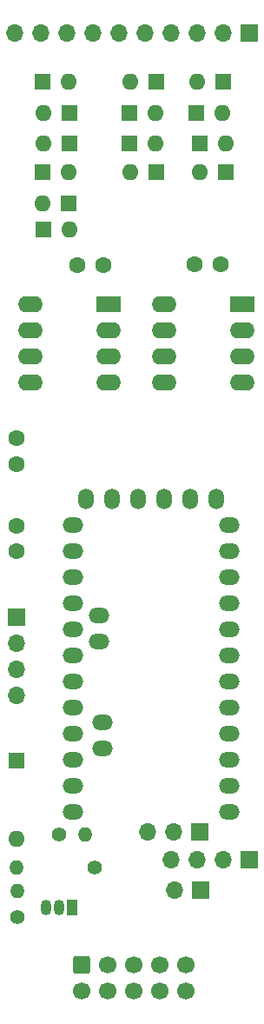
<source format=gts>
%TF.GenerationSoftware,KiCad,Pcbnew,(6.0.1)*%
%TF.CreationDate,2022-11-12T11:03:44-05:00*%
%TF.ProjectId,ER-MIDI-CV4-02_DB,45522d4d-4944-4492-9d43-56342d30325f,1*%
%TF.SameCoordinates,Original*%
%TF.FileFunction,Soldermask,Top*%
%TF.FilePolarity,Negative*%
%FSLAX46Y46*%
G04 Gerber Fmt 4.6, Leading zero omitted, Abs format (unit mm)*
G04 Created by KiCad (PCBNEW (6.0.1)) date 2022-11-12 11:03:44*
%MOMM*%
%LPD*%
G01*
G04 APERTURE LIST*
G04 Aperture macros list*
%AMRoundRect*
0 Rectangle with rounded corners*
0 $1 Rounding radius*
0 $2 $3 $4 $5 $6 $7 $8 $9 X,Y pos of 4 corners*
0 Add a 4 corners polygon primitive as box body*
4,1,4,$2,$3,$4,$5,$6,$7,$8,$9,$2,$3,0*
0 Add four circle primitives for the rounded corners*
1,1,$1+$1,$2,$3*
1,1,$1+$1,$4,$5*
1,1,$1+$1,$6,$7*
1,1,$1+$1,$8,$9*
0 Add four rect primitives between the rounded corners*
20,1,$1+$1,$2,$3,$4,$5,0*
20,1,$1+$1,$4,$5,$6,$7,0*
20,1,$1+$1,$6,$7,$8,$9,0*
20,1,$1+$1,$8,$9,$2,$3,0*%
G04 Aperture macros list end*
%ADD10O,1.700000X1.700000*%
%ADD11R,1.700000X1.700000*%
%ADD12O,1.600000X1.600000*%
%ADD13R,1.600000X1.600000*%
%ADD14O,1.400000X1.400000*%
%ADD15C,1.400000*%
%ADD16C,1.600000*%
%ADD17O,2.400000X1.600000*%
%ADD18R,2.400000X1.600000*%
%ADD19C,1.700000*%
%ADD20RoundRect,0.250000X-0.600000X0.600000X-0.600000X-0.600000X0.600000X-0.600000X0.600000X0.600000X0*%
%ADD21O,2.000000X1.524000*%
%ADD22O,1.524000X2.000000*%
%ADD23O,1.050000X1.500000*%
%ADD24R,1.050000X1.500000*%
G04 APERTURE END LIST*
D10*
%TO.C,J6*%
X116586000Y-113284000D03*
X119126000Y-113284000D03*
D11*
X121666000Y-113284000D03*
%TD*%
D10*
%TO.C,J2*%
X103640000Y-35500000D03*
X106180000Y-35500000D03*
X108720000Y-35500000D03*
X111260000Y-35500000D03*
X113800000Y-35500000D03*
X116340000Y-35500000D03*
X118880000Y-35500000D03*
X121420000Y-35500000D03*
X123960000Y-35500000D03*
D11*
X126500000Y-35500000D03*
%TD*%
D10*
%TO.C,J4*%
X118880000Y-116000000D03*
X121420000Y-116000000D03*
X123960000Y-116000000D03*
D11*
X126500000Y-116000000D03*
%TD*%
D12*
%TO.C,D8*%
X117364315Y-46250000D03*
D13*
X114824315Y-46250000D03*
%TD*%
D14*
%TO.C,R1*%
X110440000Y-113538000D03*
D15*
X107900000Y-113538000D03*
%TD*%
D10*
%TO.C,J5*%
X119235000Y-119000000D03*
D11*
X121775000Y-119000000D03*
%TD*%
D12*
%TO.C,D3*%
X108864315Y-40250000D03*
D13*
X106324315Y-40250000D03*
%TD*%
D16*
%TO.C,C1*%
X121150000Y-58000000D03*
X123650000Y-58000000D03*
%TD*%
D14*
%TO.C,R3*%
X103886000Y-119076000D03*
D15*
X103886000Y-121616000D03*
%TD*%
D12*
%TO.C,D12*%
X108864315Y-49000000D03*
D13*
X106324315Y-49000000D03*
%TD*%
D17*
%TO.C,U1*%
X118180000Y-61950000D03*
X118180000Y-64490000D03*
X118180000Y-67030000D03*
X118180000Y-69570000D03*
X125800000Y-69570000D03*
X125800000Y-67030000D03*
X125800000Y-64490000D03*
D18*
X125800000Y-61950000D03*
%TD*%
D16*
%TO.C,C4*%
X103775000Y-85981000D03*
X103775000Y-83481000D03*
%TD*%
D17*
%TO.C,U2*%
X105180000Y-61950000D03*
X105180000Y-64490000D03*
X105180000Y-67030000D03*
X105180000Y-69570000D03*
X112800000Y-69570000D03*
X112800000Y-67030000D03*
X112800000Y-64490000D03*
D18*
X112800000Y-61950000D03*
%TD*%
D12*
%TO.C,D5*%
X117364315Y-43250000D03*
D13*
X114824315Y-43250000D03*
%TD*%
D12*
%TO.C,D15*%
X108966000Y-54610000D03*
D13*
X106426000Y-54610000D03*
%TD*%
D12*
%TO.C,D14*%
X106327686Y-52070000D03*
D13*
X108867686Y-52070000D03*
%TD*%
D12*
%TO.C,D7*%
X124188629Y-46250000D03*
D13*
X121648629Y-46250000D03*
%TD*%
D12*
%TO.C,D1*%
X121385686Y-40250000D03*
D13*
X123925686Y-40250000D03*
%TD*%
D19*
%TO.C,J1*%
X120269000Y-128787500D03*
X120269000Y-126247500D03*
X117729000Y-128787500D03*
X117729000Y-126247500D03*
X115189000Y-128787500D03*
X115189000Y-126247500D03*
X112649000Y-128787500D03*
X112649000Y-126247500D03*
X110109000Y-128787500D03*
D20*
X110109000Y-126247500D03*
%TD*%
D12*
%TO.C,D11*%
X114885686Y-49000000D03*
D13*
X117425686Y-49000000D03*
%TD*%
D12*
%TO.C,D2*%
X114885686Y-40250000D03*
D13*
X117425686Y-40250000D03*
%TD*%
D21*
%TO.C,U3*%
X112181005Y-105147008D03*
X112181005Y-102607008D03*
X111800005Y-94733008D03*
X111800005Y-92193008D03*
X109260005Y-111370008D03*
X109260005Y-108830008D03*
X109260005Y-106290008D03*
X109260005Y-103750008D03*
X109260005Y-101210008D03*
X109260005Y-98670008D03*
X109260005Y-96130008D03*
X109260005Y-93590008D03*
X109260005Y-91050008D03*
X109260005Y-88510008D03*
X109260005Y-85970008D03*
X109260005Y-83430008D03*
X124500005Y-111370008D03*
X124500005Y-108830008D03*
X124500005Y-106290008D03*
X124500005Y-103750008D03*
X124500005Y-101210008D03*
X124500005Y-98670008D03*
X124500005Y-96130008D03*
X124500005Y-93590008D03*
X124500005Y-91050008D03*
X124500005Y-88510008D03*
X124500005Y-85970008D03*
X124500005Y-83430008D03*
D22*
X110530005Y-80890008D03*
X113070005Y-80890008D03*
X115610005Y-80890008D03*
X118150005Y-80890008D03*
X120690005Y-80890008D03*
X123230005Y-80890008D03*
%TD*%
D16*
%TO.C,C3*%
X103775000Y-74981000D03*
X103775000Y-77481000D03*
%TD*%
D12*
%TO.C,D6*%
X106385686Y-43250000D03*
D13*
X108925686Y-43250000D03*
%TD*%
D16*
%TO.C,C2*%
X109750000Y-58100000D03*
X112250000Y-58100000D03*
%TD*%
D10*
%TO.C,J3*%
X103775000Y-100021000D03*
X103775000Y-97481000D03*
X103775000Y-94941000D03*
D11*
X103775000Y-92401000D03*
%TD*%
D23*
%TO.C,Q1*%
X106680000Y-120650000D03*
X107950000Y-120650000D03*
D24*
X109220000Y-120650000D03*
%TD*%
D14*
%TO.C,R2*%
X103790000Y-116800000D03*
D15*
X111410000Y-116800000D03*
%TD*%
D12*
%TO.C,D9*%
X106385686Y-46250000D03*
D13*
X108925686Y-46250000D03*
%TD*%
D12*
%TO.C,D13*%
X103800000Y-114010000D03*
D13*
X103800000Y-106390000D03*
%TD*%
D12*
%TO.C,D4*%
X123864315Y-43250000D03*
D13*
X121324315Y-43250000D03*
%TD*%
D12*
%TO.C,D10*%
X121635686Y-49000000D03*
D13*
X124175686Y-49000000D03*
%TD*%
M02*

</source>
